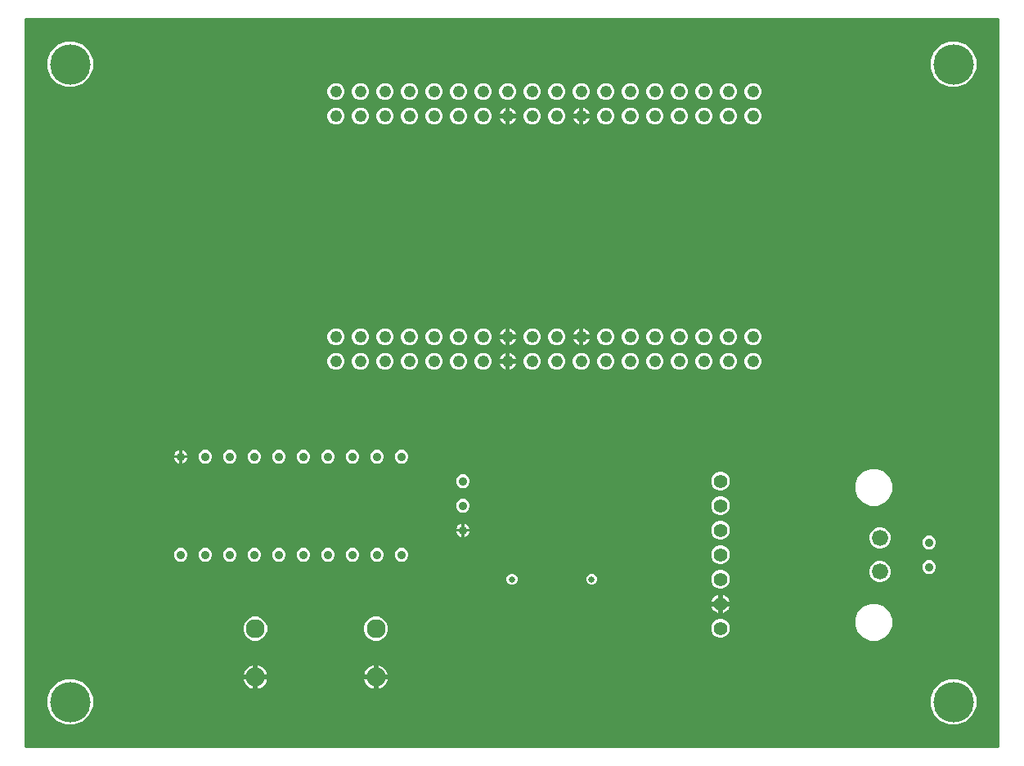
<source format=gbr>
G04 EAGLE Gerber RS-274X export*
G75*
%MOMM*%
%FSLAX34Y34*%
%LPD*%
%INCopper Layer 2*%
%IPPOS*%
%AMOC8*
5,1,8,0,0,1.08239X$1,22.5*%
G01*
%ADD10C,0.904800*%
%ADD11C,1.422400*%
%ADD12C,1.680000*%
%ADD13C,1.244600*%
%ADD14C,1.960000*%
%ADD15C,4.191000*%
%ADD16C,0.654800*%

G36*
X1011546Y3318D02*
X1011546Y3318D01*
X1011665Y3325D01*
X1011703Y3338D01*
X1011744Y3343D01*
X1011854Y3386D01*
X1011967Y3423D01*
X1012002Y3445D01*
X1012039Y3460D01*
X1012135Y3529D01*
X1012236Y3593D01*
X1012264Y3623D01*
X1012297Y3646D01*
X1012373Y3738D01*
X1012454Y3825D01*
X1012474Y3860D01*
X1012499Y3891D01*
X1012550Y3999D01*
X1012608Y4103D01*
X1012618Y4143D01*
X1012635Y4179D01*
X1012657Y4296D01*
X1012687Y4411D01*
X1012691Y4471D01*
X1012695Y4491D01*
X1012693Y4512D01*
X1012697Y4572D01*
X1012697Y757428D01*
X1012682Y757546D01*
X1012675Y757665D01*
X1012662Y757703D01*
X1012657Y757744D01*
X1012614Y757854D01*
X1012577Y757967D01*
X1012555Y758002D01*
X1012540Y758039D01*
X1012471Y758135D01*
X1012407Y758236D01*
X1012377Y758264D01*
X1012354Y758297D01*
X1012262Y758373D01*
X1012175Y758454D01*
X1012140Y758474D01*
X1012109Y758499D01*
X1012001Y758550D01*
X1011897Y758608D01*
X1011857Y758618D01*
X1011821Y758635D01*
X1011704Y758657D01*
X1011589Y758687D01*
X1011529Y758691D01*
X1011509Y758695D01*
X1011488Y758693D01*
X1011428Y758697D01*
X4572Y758697D01*
X4454Y758682D01*
X4335Y758675D01*
X4297Y758662D01*
X4256Y758657D01*
X4146Y758614D01*
X4033Y758577D01*
X3998Y758555D01*
X3961Y758540D01*
X3865Y758471D01*
X3764Y758407D01*
X3736Y758377D01*
X3703Y758354D01*
X3627Y758262D01*
X3546Y758175D01*
X3526Y758140D01*
X3501Y758109D01*
X3450Y758001D01*
X3392Y757897D01*
X3382Y757857D01*
X3365Y757821D01*
X3343Y757704D01*
X3313Y757589D01*
X3309Y757529D01*
X3305Y757509D01*
X3307Y757488D01*
X3303Y757428D01*
X3303Y4572D01*
X3318Y4454D01*
X3325Y4335D01*
X3338Y4297D01*
X3343Y4256D01*
X3386Y4146D01*
X3423Y4033D01*
X3445Y3998D01*
X3460Y3961D01*
X3529Y3865D01*
X3593Y3764D01*
X3623Y3736D01*
X3646Y3703D01*
X3738Y3627D01*
X3825Y3546D01*
X3860Y3526D01*
X3891Y3501D01*
X3999Y3450D01*
X4103Y3392D01*
X4143Y3382D01*
X4179Y3365D01*
X4296Y3343D01*
X4411Y3313D01*
X4471Y3309D01*
X4491Y3305D01*
X4512Y3307D01*
X4572Y3303D01*
X1011428Y3303D01*
X1011546Y3318D01*
G37*
%LPC*%
G36*
X960526Y687704D02*
X960526Y687704D01*
X951891Y691281D01*
X945281Y697891D01*
X941704Y706526D01*
X941704Y715874D01*
X945281Y724509D01*
X951891Y731119D01*
X960526Y734696D01*
X969874Y734696D01*
X978509Y731119D01*
X985119Y724509D01*
X988696Y715874D01*
X988696Y706526D01*
X985119Y697891D01*
X978509Y691281D01*
X969874Y687704D01*
X960526Y687704D01*
G37*
%LPD*%
%LPC*%
G36*
X46126Y687704D02*
X46126Y687704D01*
X37491Y691281D01*
X30881Y697891D01*
X27304Y706526D01*
X27304Y715874D01*
X30881Y724509D01*
X37491Y731119D01*
X46126Y734696D01*
X55474Y734696D01*
X64109Y731119D01*
X70719Y724509D01*
X74296Y715874D01*
X74296Y706526D01*
X70719Y697891D01*
X64109Y691281D01*
X55474Y687704D01*
X46126Y687704D01*
G37*
%LPD*%
%LPC*%
G36*
X46126Y27304D02*
X46126Y27304D01*
X37491Y30881D01*
X30881Y37491D01*
X27304Y46126D01*
X27304Y55474D01*
X30881Y64109D01*
X37491Y70719D01*
X46126Y74296D01*
X55474Y74296D01*
X64109Y70719D01*
X70719Y64109D01*
X74296Y55474D01*
X74296Y46126D01*
X70719Y37491D01*
X64109Y30881D01*
X55474Y27304D01*
X46126Y27304D01*
G37*
%LPD*%
%LPC*%
G36*
X960526Y27304D02*
X960526Y27304D01*
X951891Y30881D01*
X945281Y37491D01*
X941704Y46126D01*
X941704Y55474D01*
X945281Y64109D01*
X951891Y70719D01*
X960526Y74296D01*
X969874Y74296D01*
X978509Y70719D01*
X985119Y64109D01*
X988696Y55474D01*
X988696Y46126D01*
X985119Y37491D01*
X978509Y30881D01*
X969874Y27304D01*
X960526Y27304D01*
G37*
%LPD*%
%LPC*%
G36*
X878861Y253999D02*
X878861Y253999D01*
X871859Y256900D01*
X866500Y262259D01*
X863599Y269261D01*
X863599Y276839D01*
X866500Y283841D01*
X871859Y289200D01*
X878861Y292101D01*
X886439Y292101D01*
X893441Y289200D01*
X898800Y283841D01*
X901701Y276839D01*
X901701Y269261D01*
X898800Y262259D01*
X893441Y256900D01*
X886439Y253999D01*
X878861Y253999D01*
G37*
%LPD*%
%LPC*%
G36*
X878861Y114299D02*
X878861Y114299D01*
X871859Y117200D01*
X866500Y122559D01*
X863599Y129561D01*
X863599Y137139D01*
X866500Y144141D01*
X871859Y149500D01*
X878861Y152401D01*
X886439Y152401D01*
X893441Y149500D01*
X898800Y144141D01*
X901701Y137139D01*
X901701Y129561D01*
X898800Y122559D01*
X893441Y117200D01*
X886439Y114299D01*
X878861Y114299D01*
G37*
%LPD*%
%LPC*%
G36*
X239845Y114259D02*
X239845Y114259D01*
X235310Y116138D01*
X231838Y119610D01*
X229959Y124145D01*
X229959Y129055D01*
X231838Y133590D01*
X235310Y137062D01*
X239845Y138941D01*
X244755Y138941D01*
X249290Y137062D01*
X252762Y133590D01*
X254641Y129055D01*
X254641Y124145D01*
X252762Y119610D01*
X249290Y116138D01*
X244755Y114259D01*
X239845Y114259D01*
G37*
%LPD*%
%LPC*%
G36*
X364845Y114259D02*
X364845Y114259D01*
X360310Y116138D01*
X356838Y119610D01*
X354959Y124145D01*
X354959Y129055D01*
X356838Y133590D01*
X360310Y137062D01*
X364845Y138941D01*
X369755Y138941D01*
X374290Y137062D01*
X377762Y133590D01*
X379641Y129055D01*
X379641Y124145D01*
X377762Y119610D01*
X374290Y116138D01*
X369755Y114259D01*
X364845Y114259D01*
G37*
%LPD*%
%LPC*%
G36*
X886824Y174759D02*
X886824Y174759D01*
X882803Y176425D01*
X879725Y179503D01*
X878059Y183524D01*
X878059Y187876D01*
X879725Y191897D01*
X882803Y194975D01*
X886824Y196641D01*
X891176Y196641D01*
X895197Y194975D01*
X898275Y191897D01*
X899941Y187876D01*
X899941Y183524D01*
X898275Y179503D01*
X895197Y176425D01*
X891176Y174759D01*
X886824Y174759D01*
G37*
%LPD*%
%LPC*%
G36*
X886824Y209759D02*
X886824Y209759D01*
X882803Y211425D01*
X879725Y214503D01*
X878059Y218524D01*
X878059Y222876D01*
X879725Y226897D01*
X882803Y229975D01*
X886824Y231641D01*
X891176Y231641D01*
X895197Y229975D01*
X898275Y226897D01*
X899941Y222876D01*
X899941Y218524D01*
X898275Y214503D01*
X895197Y211425D01*
X891176Y209759D01*
X886824Y209759D01*
G37*
%LPD*%
%LPC*%
G36*
X721980Y168147D02*
X721980Y168147D01*
X718432Y169617D01*
X715717Y172332D01*
X714247Y175880D01*
X714247Y179720D01*
X715717Y183268D01*
X718432Y185983D01*
X721980Y187453D01*
X725820Y187453D01*
X729368Y185983D01*
X732083Y183268D01*
X733553Y179720D01*
X733553Y175880D01*
X732083Y172332D01*
X729368Y169617D01*
X725820Y168147D01*
X721980Y168147D01*
G37*
%LPD*%
%LPC*%
G36*
X721980Y193547D02*
X721980Y193547D01*
X718432Y195017D01*
X715717Y197732D01*
X714247Y201280D01*
X714247Y205120D01*
X715717Y208668D01*
X718432Y211383D01*
X721980Y212853D01*
X725820Y212853D01*
X729368Y211383D01*
X732083Y208668D01*
X733553Y205120D01*
X733553Y201280D01*
X732083Y197732D01*
X729368Y195017D01*
X725820Y193547D01*
X721980Y193547D01*
G37*
%LPD*%
%LPC*%
G36*
X721980Y218947D02*
X721980Y218947D01*
X718432Y220417D01*
X715717Y223132D01*
X714247Y226680D01*
X714247Y230520D01*
X715717Y234068D01*
X718432Y236783D01*
X721980Y238253D01*
X725820Y238253D01*
X729368Y236783D01*
X732083Y234068D01*
X733553Y230520D01*
X733553Y226680D01*
X732083Y223132D01*
X729368Y220417D01*
X725820Y218947D01*
X721980Y218947D01*
G37*
%LPD*%
%LPC*%
G36*
X721980Y244347D02*
X721980Y244347D01*
X718432Y245817D01*
X715717Y248532D01*
X714247Y252080D01*
X714247Y255920D01*
X715717Y259468D01*
X718432Y262183D01*
X721980Y263653D01*
X725820Y263653D01*
X729368Y262183D01*
X732083Y259468D01*
X733553Y255920D01*
X733553Y252080D01*
X732083Y248532D01*
X729368Y245817D01*
X725820Y244347D01*
X721980Y244347D01*
G37*
%LPD*%
%LPC*%
G36*
X721980Y269747D02*
X721980Y269747D01*
X718432Y271217D01*
X715717Y273932D01*
X714247Y277480D01*
X714247Y281320D01*
X715717Y284868D01*
X718432Y287583D01*
X721980Y289053D01*
X725820Y289053D01*
X729368Y287583D01*
X732083Y284868D01*
X733553Y281320D01*
X733553Y277480D01*
X732083Y273932D01*
X729368Y271217D01*
X725820Y269747D01*
X721980Y269747D01*
G37*
%LPD*%
%LPC*%
G36*
X721980Y117347D02*
X721980Y117347D01*
X718432Y118817D01*
X715717Y121532D01*
X714247Y125080D01*
X714247Y128920D01*
X715717Y132468D01*
X718432Y135183D01*
X721980Y136653D01*
X725820Y136653D01*
X729368Y135183D01*
X732083Y132468D01*
X733553Y128920D01*
X733553Y125080D01*
X732083Y121532D01*
X729368Y118817D01*
X725820Y117347D01*
X721980Y117347D01*
G37*
%LPD*%
%LPC*%
G36*
X349457Y674236D02*
X349457Y674236D01*
X346236Y675570D01*
X343770Y678036D01*
X342436Y681257D01*
X342436Y684743D01*
X343770Y687964D01*
X346236Y690430D01*
X349457Y691764D01*
X352943Y691764D01*
X356164Y690430D01*
X358630Y687964D01*
X359964Y684743D01*
X359964Y681257D01*
X358630Y678036D01*
X356164Y675570D01*
X352943Y674236D01*
X349457Y674236D01*
G37*
%LPD*%
%LPC*%
G36*
X324057Y674236D02*
X324057Y674236D01*
X320836Y675570D01*
X318370Y678036D01*
X317036Y681257D01*
X317036Y684743D01*
X318370Y687964D01*
X320836Y690430D01*
X324057Y691764D01*
X327543Y691764D01*
X330764Y690430D01*
X333230Y687964D01*
X334564Y684743D01*
X334564Y681257D01*
X333230Y678036D01*
X330764Y675570D01*
X327543Y674236D01*
X324057Y674236D01*
G37*
%LPD*%
%LPC*%
G36*
X755857Y674236D02*
X755857Y674236D01*
X752636Y675570D01*
X750170Y678036D01*
X748836Y681257D01*
X748836Y684743D01*
X750170Y687964D01*
X752636Y690430D01*
X755857Y691764D01*
X759343Y691764D01*
X762564Y690430D01*
X765030Y687964D01*
X766364Y684743D01*
X766364Y681257D01*
X765030Y678036D01*
X762564Y675570D01*
X759343Y674236D01*
X755857Y674236D01*
G37*
%LPD*%
%LPC*%
G36*
X730457Y674236D02*
X730457Y674236D01*
X727236Y675570D01*
X724770Y678036D01*
X723436Y681257D01*
X723436Y684743D01*
X724770Y687964D01*
X727236Y690430D01*
X730457Y691764D01*
X733943Y691764D01*
X737164Y690430D01*
X739630Y687964D01*
X740964Y684743D01*
X740964Y681257D01*
X739630Y678036D01*
X737164Y675570D01*
X733943Y674236D01*
X730457Y674236D01*
G37*
%LPD*%
%LPC*%
G36*
X705057Y674236D02*
X705057Y674236D01*
X701836Y675570D01*
X699370Y678036D01*
X698036Y681257D01*
X698036Y684743D01*
X699370Y687964D01*
X701836Y690430D01*
X705057Y691764D01*
X708543Y691764D01*
X711764Y690430D01*
X714230Y687964D01*
X715564Y684743D01*
X715564Y681257D01*
X714230Y678036D01*
X711764Y675570D01*
X708543Y674236D01*
X705057Y674236D01*
G37*
%LPD*%
%LPC*%
G36*
X679657Y674236D02*
X679657Y674236D01*
X676436Y675570D01*
X673970Y678036D01*
X672636Y681257D01*
X672636Y684743D01*
X673970Y687964D01*
X676436Y690430D01*
X679657Y691764D01*
X683143Y691764D01*
X686364Y690430D01*
X688830Y687964D01*
X690164Y684743D01*
X690164Y681257D01*
X688830Y678036D01*
X686364Y675570D01*
X683143Y674236D01*
X679657Y674236D01*
G37*
%LPD*%
%LPC*%
G36*
X654257Y674236D02*
X654257Y674236D01*
X651036Y675570D01*
X648570Y678036D01*
X647236Y681257D01*
X647236Y684743D01*
X648570Y687964D01*
X651036Y690430D01*
X654257Y691764D01*
X657743Y691764D01*
X660964Y690430D01*
X663430Y687964D01*
X664764Y684743D01*
X664764Y681257D01*
X663430Y678036D01*
X660964Y675570D01*
X657743Y674236D01*
X654257Y674236D01*
G37*
%LPD*%
%LPC*%
G36*
X628857Y674236D02*
X628857Y674236D01*
X625636Y675570D01*
X623170Y678036D01*
X621836Y681257D01*
X621836Y684743D01*
X623170Y687964D01*
X625636Y690430D01*
X628857Y691764D01*
X632343Y691764D01*
X635564Y690430D01*
X638030Y687964D01*
X639364Y684743D01*
X639364Y681257D01*
X638030Y678036D01*
X635564Y675570D01*
X632343Y674236D01*
X628857Y674236D01*
G37*
%LPD*%
%LPC*%
G36*
X603457Y674236D02*
X603457Y674236D01*
X600236Y675570D01*
X597770Y678036D01*
X596436Y681257D01*
X596436Y684743D01*
X597770Y687964D01*
X600236Y690430D01*
X603457Y691764D01*
X606943Y691764D01*
X610164Y690430D01*
X612630Y687964D01*
X613964Y684743D01*
X613964Y681257D01*
X612630Y678036D01*
X610164Y675570D01*
X606943Y674236D01*
X603457Y674236D01*
G37*
%LPD*%
%LPC*%
G36*
X578057Y674236D02*
X578057Y674236D01*
X574836Y675570D01*
X572370Y678036D01*
X571036Y681257D01*
X571036Y684743D01*
X572370Y687964D01*
X574836Y690430D01*
X578057Y691764D01*
X581543Y691764D01*
X584764Y690430D01*
X587230Y687964D01*
X588564Y684743D01*
X588564Y681257D01*
X587230Y678036D01*
X584764Y675570D01*
X581543Y674236D01*
X578057Y674236D01*
G37*
%LPD*%
%LPC*%
G36*
X552657Y674236D02*
X552657Y674236D01*
X549436Y675570D01*
X546970Y678036D01*
X545636Y681257D01*
X545636Y684743D01*
X546970Y687964D01*
X549436Y690430D01*
X552657Y691764D01*
X556143Y691764D01*
X559364Y690430D01*
X561830Y687964D01*
X563164Y684743D01*
X563164Y681257D01*
X561830Y678036D01*
X559364Y675570D01*
X556143Y674236D01*
X552657Y674236D01*
G37*
%LPD*%
%LPC*%
G36*
X527257Y674236D02*
X527257Y674236D01*
X524036Y675570D01*
X521570Y678036D01*
X520236Y681257D01*
X520236Y684743D01*
X521570Y687964D01*
X524036Y690430D01*
X527257Y691764D01*
X530743Y691764D01*
X533964Y690430D01*
X536430Y687964D01*
X537764Y684743D01*
X537764Y681257D01*
X536430Y678036D01*
X533964Y675570D01*
X530743Y674236D01*
X527257Y674236D01*
G37*
%LPD*%
%LPC*%
G36*
X501857Y674236D02*
X501857Y674236D01*
X498636Y675570D01*
X496170Y678036D01*
X494836Y681257D01*
X494836Y684743D01*
X496170Y687964D01*
X498636Y690430D01*
X501857Y691764D01*
X505343Y691764D01*
X508564Y690430D01*
X511030Y687964D01*
X512364Y684743D01*
X512364Y681257D01*
X511030Y678036D01*
X508564Y675570D01*
X505343Y674236D01*
X501857Y674236D01*
G37*
%LPD*%
%LPC*%
G36*
X476457Y674236D02*
X476457Y674236D01*
X473236Y675570D01*
X470770Y678036D01*
X469436Y681257D01*
X469436Y684743D01*
X470770Y687964D01*
X473236Y690430D01*
X476457Y691764D01*
X479943Y691764D01*
X483164Y690430D01*
X485630Y687964D01*
X486964Y684743D01*
X486964Y681257D01*
X485630Y678036D01*
X483164Y675570D01*
X479943Y674236D01*
X476457Y674236D01*
G37*
%LPD*%
%LPC*%
G36*
X451057Y674236D02*
X451057Y674236D01*
X447836Y675570D01*
X445370Y678036D01*
X444036Y681257D01*
X444036Y684743D01*
X445370Y687964D01*
X447836Y690430D01*
X451057Y691764D01*
X454543Y691764D01*
X457764Y690430D01*
X460230Y687964D01*
X461564Y684743D01*
X461564Y681257D01*
X460230Y678036D01*
X457764Y675570D01*
X454543Y674236D01*
X451057Y674236D01*
G37*
%LPD*%
%LPC*%
G36*
X425657Y674236D02*
X425657Y674236D01*
X422436Y675570D01*
X419970Y678036D01*
X418636Y681257D01*
X418636Y684743D01*
X419970Y687964D01*
X422436Y690430D01*
X425657Y691764D01*
X429143Y691764D01*
X432364Y690430D01*
X434830Y687964D01*
X436164Y684743D01*
X436164Y681257D01*
X434830Y678036D01*
X432364Y675570D01*
X429143Y674236D01*
X425657Y674236D01*
G37*
%LPD*%
%LPC*%
G36*
X400257Y674236D02*
X400257Y674236D01*
X397036Y675570D01*
X394570Y678036D01*
X393236Y681257D01*
X393236Y684743D01*
X394570Y687964D01*
X397036Y690430D01*
X400257Y691764D01*
X403743Y691764D01*
X406964Y690430D01*
X409430Y687964D01*
X410764Y684743D01*
X410764Y681257D01*
X409430Y678036D01*
X406964Y675570D01*
X403743Y674236D01*
X400257Y674236D01*
G37*
%LPD*%
%LPC*%
G36*
X374857Y674236D02*
X374857Y674236D01*
X371636Y675570D01*
X369170Y678036D01*
X367836Y681257D01*
X367836Y684743D01*
X369170Y687964D01*
X371636Y690430D01*
X374857Y691764D01*
X378343Y691764D01*
X381564Y690430D01*
X384030Y687964D01*
X385364Y684743D01*
X385364Y681257D01*
X384030Y678036D01*
X381564Y675570D01*
X378343Y674236D01*
X374857Y674236D01*
G37*
%LPD*%
%LPC*%
G36*
X349457Y648836D02*
X349457Y648836D01*
X346236Y650170D01*
X343770Y652636D01*
X342436Y655857D01*
X342436Y659343D01*
X343770Y662564D01*
X346236Y665030D01*
X349457Y666364D01*
X352943Y666364D01*
X356164Y665030D01*
X358630Y662564D01*
X359964Y659343D01*
X359964Y655857D01*
X358630Y652636D01*
X356164Y650170D01*
X352943Y648836D01*
X349457Y648836D01*
G37*
%LPD*%
%LPC*%
G36*
X324057Y648836D02*
X324057Y648836D01*
X320836Y650170D01*
X318370Y652636D01*
X317036Y655857D01*
X317036Y659343D01*
X318370Y662564D01*
X320836Y665030D01*
X324057Y666364D01*
X327543Y666364D01*
X330764Y665030D01*
X333230Y662564D01*
X334564Y659343D01*
X334564Y655857D01*
X333230Y652636D01*
X330764Y650170D01*
X327543Y648836D01*
X324057Y648836D01*
G37*
%LPD*%
%LPC*%
G36*
X755857Y648836D02*
X755857Y648836D01*
X752636Y650170D01*
X750170Y652636D01*
X748836Y655857D01*
X748836Y659343D01*
X750170Y662564D01*
X752636Y665030D01*
X755857Y666364D01*
X759343Y666364D01*
X762564Y665030D01*
X765030Y662564D01*
X766364Y659343D01*
X766364Y655857D01*
X765030Y652636D01*
X762564Y650170D01*
X759343Y648836D01*
X755857Y648836D01*
G37*
%LPD*%
%LPC*%
G36*
X730457Y648836D02*
X730457Y648836D01*
X727236Y650170D01*
X724770Y652636D01*
X723436Y655857D01*
X723436Y659343D01*
X724770Y662564D01*
X727236Y665030D01*
X730457Y666364D01*
X733943Y666364D01*
X737164Y665030D01*
X739630Y662564D01*
X740964Y659343D01*
X740964Y655857D01*
X739630Y652636D01*
X737164Y650170D01*
X733943Y648836D01*
X730457Y648836D01*
G37*
%LPD*%
%LPC*%
G36*
X705057Y648836D02*
X705057Y648836D01*
X701836Y650170D01*
X699370Y652636D01*
X698036Y655857D01*
X698036Y659343D01*
X699370Y662564D01*
X701836Y665030D01*
X705057Y666364D01*
X708543Y666364D01*
X711764Y665030D01*
X714230Y662564D01*
X715564Y659343D01*
X715564Y655857D01*
X714230Y652636D01*
X711764Y650170D01*
X708543Y648836D01*
X705057Y648836D01*
G37*
%LPD*%
%LPC*%
G36*
X679657Y648836D02*
X679657Y648836D01*
X676436Y650170D01*
X673970Y652636D01*
X672636Y655857D01*
X672636Y659343D01*
X673970Y662564D01*
X676436Y665030D01*
X679657Y666364D01*
X683143Y666364D01*
X686364Y665030D01*
X688830Y662564D01*
X690164Y659343D01*
X690164Y655857D01*
X688830Y652636D01*
X686364Y650170D01*
X683143Y648836D01*
X679657Y648836D01*
G37*
%LPD*%
%LPC*%
G36*
X654257Y648836D02*
X654257Y648836D01*
X651036Y650170D01*
X648570Y652636D01*
X647236Y655857D01*
X647236Y659343D01*
X648570Y662564D01*
X651036Y665030D01*
X654257Y666364D01*
X657743Y666364D01*
X660964Y665030D01*
X663430Y662564D01*
X664764Y659343D01*
X664764Y655857D01*
X663430Y652636D01*
X660964Y650170D01*
X657743Y648836D01*
X654257Y648836D01*
G37*
%LPD*%
%LPC*%
G36*
X628857Y648836D02*
X628857Y648836D01*
X625636Y650170D01*
X623170Y652636D01*
X621836Y655857D01*
X621836Y659343D01*
X623170Y662564D01*
X625636Y665030D01*
X628857Y666364D01*
X632343Y666364D01*
X635564Y665030D01*
X638030Y662564D01*
X639364Y659343D01*
X639364Y655857D01*
X638030Y652636D01*
X635564Y650170D01*
X632343Y648836D01*
X628857Y648836D01*
G37*
%LPD*%
%LPC*%
G36*
X603457Y648836D02*
X603457Y648836D01*
X600236Y650170D01*
X597770Y652636D01*
X596436Y655857D01*
X596436Y659343D01*
X597770Y662564D01*
X600236Y665030D01*
X603457Y666364D01*
X606943Y666364D01*
X610164Y665030D01*
X612630Y662564D01*
X613964Y659343D01*
X613964Y655857D01*
X612630Y652636D01*
X610164Y650170D01*
X606943Y648836D01*
X603457Y648836D01*
G37*
%LPD*%
%LPC*%
G36*
X552657Y648836D02*
X552657Y648836D01*
X549436Y650170D01*
X546970Y652636D01*
X545636Y655857D01*
X545636Y659343D01*
X546970Y662564D01*
X549436Y665030D01*
X552657Y666364D01*
X556143Y666364D01*
X559364Y665030D01*
X561830Y662564D01*
X563164Y659343D01*
X563164Y655857D01*
X561830Y652636D01*
X559364Y650170D01*
X556143Y648836D01*
X552657Y648836D01*
G37*
%LPD*%
%LPC*%
G36*
X527257Y648836D02*
X527257Y648836D01*
X524036Y650170D01*
X521570Y652636D01*
X520236Y655857D01*
X520236Y659343D01*
X521570Y662564D01*
X524036Y665030D01*
X527257Y666364D01*
X530743Y666364D01*
X533964Y665030D01*
X536430Y662564D01*
X537764Y659343D01*
X537764Y655857D01*
X536430Y652636D01*
X533964Y650170D01*
X530743Y648836D01*
X527257Y648836D01*
G37*
%LPD*%
%LPC*%
G36*
X476457Y648836D02*
X476457Y648836D01*
X473236Y650170D01*
X470770Y652636D01*
X469436Y655857D01*
X469436Y659343D01*
X470770Y662564D01*
X473236Y665030D01*
X476457Y666364D01*
X479943Y666364D01*
X483164Y665030D01*
X485630Y662564D01*
X486964Y659343D01*
X486964Y655857D01*
X485630Y652636D01*
X483164Y650170D01*
X479943Y648836D01*
X476457Y648836D01*
G37*
%LPD*%
%LPC*%
G36*
X451057Y648836D02*
X451057Y648836D01*
X447836Y650170D01*
X445370Y652636D01*
X444036Y655857D01*
X444036Y659343D01*
X445370Y662564D01*
X447836Y665030D01*
X451057Y666364D01*
X454543Y666364D01*
X457764Y665030D01*
X460230Y662564D01*
X461564Y659343D01*
X461564Y655857D01*
X460230Y652636D01*
X457764Y650170D01*
X454543Y648836D01*
X451057Y648836D01*
G37*
%LPD*%
%LPC*%
G36*
X425657Y648836D02*
X425657Y648836D01*
X422436Y650170D01*
X419970Y652636D01*
X418636Y655857D01*
X418636Y659343D01*
X419970Y662564D01*
X422436Y665030D01*
X425657Y666364D01*
X429143Y666364D01*
X432364Y665030D01*
X434830Y662564D01*
X436164Y659343D01*
X436164Y655857D01*
X434830Y652636D01*
X432364Y650170D01*
X429143Y648836D01*
X425657Y648836D01*
G37*
%LPD*%
%LPC*%
G36*
X400257Y648836D02*
X400257Y648836D01*
X397036Y650170D01*
X394570Y652636D01*
X393236Y655857D01*
X393236Y659343D01*
X394570Y662564D01*
X397036Y665030D01*
X400257Y666364D01*
X403743Y666364D01*
X406964Y665030D01*
X409430Y662564D01*
X410764Y659343D01*
X410764Y655857D01*
X409430Y652636D01*
X406964Y650170D01*
X403743Y648836D01*
X400257Y648836D01*
G37*
%LPD*%
%LPC*%
G36*
X374857Y648836D02*
X374857Y648836D01*
X371636Y650170D01*
X369170Y652636D01*
X367836Y655857D01*
X367836Y659343D01*
X369170Y662564D01*
X371636Y665030D01*
X374857Y666364D01*
X378343Y666364D01*
X381564Y665030D01*
X384030Y662564D01*
X385364Y659343D01*
X385364Y655857D01*
X384030Y652636D01*
X381564Y650170D01*
X378343Y648836D01*
X374857Y648836D01*
G37*
%LPD*%
%LPC*%
G36*
X400257Y394836D02*
X400257Y394836D01*
X397036Y396170D01*
X394570Y398636D01*
X393236Y401857D01*
X393236Y405343D01*
X394570Y408564D01*
X397036Y411030D01*
X400257Y412364D01*
X403743Y412364D01*
X406964Y411030D01*
X409430Y408564D01*
X410764Y405343D01*
X410764Y401857D01*
X409430Y398636D01*
X406964Y396170D01*
X403743Y394836D01*
X400257Y394836D01*
G37*
%LPD*%
%LPC*%
G36*
X374857Y394836D02*
X374857Y394836D01*
X371636Y396170D01*
X369170Y398636D01*
X367836Y401857D01*
X367836Y405343D01*
X369170Y408564D01*
X371636Y411030D01*
X374857Y412364D01*
X378343Y412364D01*
X381564Y411030D01*
X384030Y408564D01*
X385364Y405343D01*
X385364Y401857D01*
X384030Y398636D01*
X381564Y396170D01*
X378343Y394836D01*
X374857Y394836D01*
G37*
%LPD*%
%LPC*%
G36*
X755857Y420236D02*
X755857Y420236D01*
X752636Y421570D01*
X750170Y424036D01*
X748836Y427257D01*
X748836Y430743D01*
X750170Y433964D01*
X752636Y436430D01*
X755857Y437764D01*
X759343Y437764D01*
X762564Y436430D01*
X765030Y433964D01*
X766364Y430743D01*
X766364Y427257D01*
X765030Y424036D01*
X762564Y421570D01*
X759343Y420236D01*
X755857Y420236D01*
G37*
%LPD*%
%LPC*%
G36*
X730457Y420236D02*
X730457Y420236D01*
X727236Y421570D01*
X724770Y424036D01*
X723436Y427257D01*
X723436Y430743D01*
X724770Y433964D01*
X727236Y436430D01*
X730457Y437764D01*
X733943Y437764D01*
X737164Y436430D01*
X739630Y433964D01*
X740964Y430743D01*
X740964Y427257D01*
X739630Y424036D01*
X737164Y421570D01*
X733943Y420236D01*
X730457Y420236D01*
G37*
%LPD*%
%LPC*%
G36*
X705057Y420236D02*
X705057Y420236D01*
X701836Y421570D01*
X699370Y424036D01*
X698036Y427257D01*
X698036Y430743D01*
X699370Y433964D01*
X701836Y436430D01*
X705057Y437764D01*
X708543Y437764D01*
X711764Y436430D01*
X714230Y433964D01*
X715564Y430743D01*
X715564Y427257D01*
X714230Y424036D01*
X711764Y421570D01*
X708543Y420236D01*
X705057Y420236D01*
G37*
%LPD*%
%LPC*%
G36*
X679657Y420236D02*
X679657Y420236D01*
X676436Y421570D01*
X673970Y424036D01*
X672636Y427257D01*
X672636Y430743D01*
X673970Y433964D01*
X676436Y436430D01*
X679657Y437764D01*
X683143Y437764D01*
X686364Y436430D01*
X688830Y433964D01*
X690164Y430743D01*
X690164Y427257D01*
X688830Y424036D01*
X686364Y421570D01*
X683143Y420236D01*
X679657Y420236D01*
G37*
%LPD*%
%LPC*%
G36*
X654257Y420236D02*
X654257Y420236D01*
X651036Y421570D01*
X648570Y424036D01*
X647236Y427257D01*
X647236Y430743D01*
X648570Y433964D01*
X651036Y436430D01*
X654257Y437764D01*
X657743Y437764D01*
X660964Y436430D01*
X663430Y433964D01*
X664764Y430743D01*
X664764Y427257D01*
X663430Y424036D01*
X660964Y421570D01*
X657743Y420236D01*
X654257Y420236D01*
G37*
%LPD*%
%LPC*%
G36*
X628857Y420236D02*
X628857Y420236D01*
X625636Y421570D01*
X623170Y424036D01*
X621836Y427257D01*
X621836Y430743D01*
X623170Y433964D01*
X625636Y436430D01*
X628857Y437764D01*
X632343Y437764D01*
X635564Y436430D01*
X638030Y433964D01*
X639364Y430743D01*
X639364Y427257D01*
X638030Y424036D01*
X635564Y421570D01*
X632343Y420236D01*
X628857Y420236D01*
G37*
%LPD*%
%LPC*%
G36*
X603457Y420236D02*
X603457Y420236D01*
X600236Y421570D01*
X597770Y424036D01*
X596436Y427257D01*
X596436Y430743D01*
X597770Y433964D01*
X600236Y436430D01*
X603457Y437764D01*
X606943Y437764D01*
X610164Y436430D01*
X612630Y433964D01*
X613964Y430743D01*
X613964Y427257D01*
X612630Y424036D01*
X610164Y421570D01*
X606943Y420236D01*
X603457Y420236D01*
G37*
%LPD*%
%LPC*%
G36*
X552657Y420236D02*
X552657Y420236D01*
X549436Y421570D01*
X546970Y424036D01*
X545636Y427257D01*
X545636Y430743D01*
X546970Y433964D01*
X549436Y436430D01*
X552657Y437764D01*
X556143Y437764D01*
X559364Y436430D01*
X561830Y433964D01*
X563164Y430743D01*
X563164Y427257D01*
X561830Y424036D01*
X559364Y421570D01*
X556143Y420236D01*
X552657Y420236D01*
G37*
%LPD*%
%LPC*%
G36*
X527257Y420236D02*
X527257Y420236D01*
X524036Y421570D01*
X521570Y424036D01*
X520236Y427257D01*
X520236Y430743D01*
X521570Y433964D01*
X524036Y436430D01*
X527257Y437764D01*
X530743Y437764D01*
X533964Y436430D01*
X536430Y433964D01*
X537764Y430743D01*
X537764Y427257D01*
X536430Y424036D01*
X533964Y421570D01*
X530743Y420236D01*
X527257Y420236D01*
G37*
%LPD*%
%LPC*%
G36*
X476457Y420236D02*
X476457Y420236D01*
X473236Y421570D01*
X470770Y424036D01*
X469436Y427257D01*
X469436Y430743D01*
X470770Y433964D01*
X473236Y436430D01*
X476457Y437764D01*
X479943Y437764D01*
X483164Y436430D01*
X485630Y433964D01*
X486964Y430743D01*
X486964Y427257D01*
X485630Y424036D01*
X483164Y421570D01*
X479943Y420236D01*
X476457Y420236D01*
G37*
%LPD*%
%LPC*%
G36*
X451057Y420236D02*
X451057Y420236D01*
X447836Y421570D01*
X445370Y424036D01*
X444036Y427257D01*
X444036Y430743D01*
X445370Y433964D01*
X447836Y436430D01*
X451057Y437764D01*
X454543Y437764D01*
X457764Y436430D01*
X460230Y433964D01*
X461564Y430743D01*
X461564Y427257D01*
X460230Y424036D01*
X457764Y421570D01*
X454543Y420236D01*
X451057Y420236D01*
G37*
%LPD*%
%LPC*%
G36*
X425657Y420236D02*
X425657Y420236D01*
X422436Y421570D01*
X419970Y424036D01*
X418636Y427257D01*
X418636Y430743D01*
X419970Y433964D01*
X422436Y436430D01*
X425657Y437764D01*
X429143Y437764D01*
X432364Y436430D01*
X434830Y433964D01*
X436164Y430743D01*
X436164Y427257D01*
X434830Y424036D01*
X432364Y421570D01*
X429143Y420236D01*
X425657Y420236D01*
G37*
%LPD*%
%LPC*%
G36*
X400257Y420236D02*
X400257Y420236D01*
X397036Y421570D01*
X394570Y424036D01*
X393236Y427257D01*
X393236Y430743D01*
X394570Y433964D01*
X397036Y436430D01*
X400257Y437764D01*
X403743Y437764D01*
X406964Y436430D01*
X409430Y433964D01*
X410764Y430743D01*
X410764Y427257D01*
X409430Y424036D01*
X406964Y421570D01*
X403743Y420236D01*
X400257Y420236D01*
G37*
%LPD*%
%LPC*%
G36*
X374857Y420236D02*
X374857Y420236D01*
X371636Y421570D01*
X369170Y424036D01*
X367836Y427257D01*
X367836Y430743D01*
X369170Y433964D01*
X371636Y436430D01*
X374857Y437764D01*
X378343Y437764D01*
X381564Y436430D01*
X384030Y433964D01*
X385364Y430743D01*
X385364Y427257D01*
X384030Y424036D01*
X381564Y421570D01*
X378343Y420236D01*
X374857Y420236D01*
G37*
%LPD*%
%LPC*%
G36*
X349457Y420236D02*
X349457Y420236D01*
X346236Y421570D01*
X343770Y424036D01*
X342436Y427257D01*
X342436Y430743D01*
X343770Y433964D01*
X346236Y436430D01*
X349457Y437764D01*
X352943Y437764D01*
X356164Y436430D01*
X358630Y433964D01*
X359964Y430743D01*
X359964Y427257D01*
X358630Y424036D01*
X356164Y421570D01*
X352943Y420236D01*
X349457Y420236D01*
G37*
%LPD*%
%LPC*%
G36*
X324057Y420236D02*
X324057Y420236D01*
X320836Y421570D01*
X318370Y424036D01*
X317036Y427257D01*
X317036Y430743D01*
X318370Y433964D01*
X320836Y436430D01*
X324057Y437764D01*
X327543Y437764D01*
X330764Y436430D01*
X333230Y433964D01*
X334564Y430743D01*
X334564Y427257D01*
X333230Y424036D01*
X330764Y421570D01*
X327543Y420236D01*
X324057Y420236D01*
G37*
%LPD*%
%LPC*%
G36*
X349457Y394836D02*
X349457Y394836D01*
X346236Y396170D01*
X343770Y398636D01*
X342436Y401857D01*
X342436Y405343D01*
X343770Y408564D01*
X346236Y411030D01*
X349457Y412364D01*
X352943Y412364D01*
X356164Y411030D01*
X358630Y408564D01*
X359964Y405343D01*
X359964Y401857D01*
X358630Y398636D01*
X356164Y396170D01*
X352943Y394836D01*
X349457Y394836D01*
G37*
%LPD*%
%LPC*%
G36*
X324057Y394836D02*
X324057Y394836D01*
X320836Y396170D01*
X318370Y398636D01*
X317036Y401857D01*
X317036Y405343D01*
X318370Y408564D01*
X320836Y411030D01*
X324057Y412364D01*
X327543Y412364D01*
X330764Y411030D01*
X333230Y408564D01*
X334564Y405343D01*
X334564Y401857D01*
X333230Y398636D01*
X330764Y396170D01*
X327543Y394836D01*
X324057Y394836D01*
G37*
%LPD*%
%LPC*%
G36*
X755857Y394836D02*
X755857Y394836D01*
X752636Y396170D01*
X750170Y398636D01*
X748836Y401857D01*
X748836Y405343D01*
X750170Y408564D01*
X752636Y411030D01*
X755857Y412364D01*
X759343Y412364D01*
X762564Y411030D01*
X765030Y408564D01*
X766364Y405343D01*
X766364Y401857D01*
X765030Y398636D01*
X762564Y396170D01*
X759343Y394836D01*
X755857Y394836D01*
G37*
%LPD*%
%LPC*%
G36*
X730457Y394836D02*
X730457Y394836D01*
X727236Y396170D01*
X724770Y398636D01*
X723436Y401857D01*
X723436Y405343D01*
X724770Y408564D01*
X727236Y411030D01*
X730457Y412364D01*
X733943Y412364D01*
X737164Y411030D01*
X739630Y408564D01*
X740964Y405343D01*
X740964Y401857D01*
X739630Y398636D01*
X737164Y396170D01*
X733943Y394836D01*
X730457Y394836D01*
G37*
%LPD*%
%LPC*%
G36*
X705057Y394836D02*
X705057Y394836D01*
X701836Y396170D01*
X699370Y398636D01*
X698036Y401857D01*
X698036Y405343D01*
X699370Y408564D01*
X701836Y411030D01*
X705057Y412364D01*
X708543Y412364D01*
X711764Y411030D01*
X714230Y408564D01*
X715564Y405343D01*
X715564Y401857D01*
X714230Y398636D01*
X711764Y396170D01*
X708543Y394836D01*
X705057Y394836D01*
G37*
%LPD*%
%LPC*%
G36*
X679657Y394836D02*
X679657Y394836D01*
X676436Y396170D01*
X673970Y398636D01*
X672636Y401857D01*
X672636Y405343D01*
X673970Y408564D01*
X676436Y411030D01*
X679657Y412364D01*
X683143Y412364D01*
X686364Y411030D01*
X688830Y408564D01*
X690164Y405343D01*
X690164Y401857D01*
X688830Y398636D01*
X686364Y396170D01*
X683143Y394836D01*
X679657Y394836D01*
G37*
%LPD*%
%LPC*%
G36*
X654257Y394836D02*
X654257Y394836D01*
X651036Y396170D01*
X648570Y398636D01*
X647236Y401857D01*
X647236Y405343D01*
X648570Y408564D01*
X651036Y411030D01*
X654257Y412364D01*
X657743Y412364D01*
X660964Y411030D01*
X663430Y408564D01*
X664764Y405343D01*
X664764Y401857D01*
X663430Y398636D01*
X660964Y396170D01*
X657743Y394836D01*
X654257Y394836D01*
G37*
%LPD*%
%LPC*%
G36*
X628857Y394836D02*
X628857Y394836D01*
X625636Y396170D01*
X623170Y398636D01*
X621836Y401857D01*
X621836Y405343D01*
X623170Y408564D01*
X625636Y411030D01*
X628857Y412364D01*
X632343Y412364D01*
X635564Y411030D01*
X638030Y408564D01*
X639364Y405343D01*
X639364Y401857D01*
X638030Y398636D01*
X635564Y396170D01*
X632343Y394836D01*
X628857Y394836D01*
G37*
%LPD*%
%LPC*%
G36*
X603457Y394836D02*
X603457Y394836D01*
X600236Y396170D01*
X597770Y398636D01*
X596436Y401857D01*
X596436Y405343D01*
X597770Y408564D01*
X600236Y411030D01*
X603457Y412364D01*
X606943Y412364D01*
X610164Y411030D01*
X612630Y408564D01*
X613964Y405343D01*
X613964Y401857D01*
X612630Y398636D01*
X610164Y396170D01*
X606943Y394836D01*
X603457Y394836D01*
G37*
%LPD*%
%LPC*%
G36*
X578057Y394836D02*
X578057Y394836D01*
X574836Y396170D01*
X572370Y398636D01*
X571036Y401857D01*
X571036Y405343D01*
X572370Y408564D01*
X574836Y411030D01*
X578057Y412364D01*
X581543Y412364D01*
X584764Y411030D01*
X587230Y408564D01*
X588564Y405343D01*
X588564Y401857D01*
X587230Y398636D01*
X584764Y396170D01*
X581543Y394836D01*
X578057Y394836D01*
G37*
%LPD*%
%LPC*%
G36*
X552657Y394836D02*
X552657Y394836D01*
X549436Y396170D01*
X546970Y398636D01*
X545636Y401857D01*
X545636Y405343D01*
X546970Y408564D01*
X549436Y411030D01*
X552657Y412364D01*
X556143Y412364D01*
X559364Y411030D01*
X561830Y408564D01*
X563164Y405343D01*
X563164Y401857D01*
X561830Y398636D01*
X559364Y396170D01*
X556143Y394836D01*
X552657Y394836D01*
G37*
%LPD*%
%LPC*%
G36*
X527257Y394836D02*
X527257Y394836D01*
X524036Y396170D01*
X521570Y398636D01*
X520236Y401857D01*
X520236Y405343D01*
X521570Y408564D01*
X524036Y411030D01*
X527257Y412364D01*
X530743Y412364D01*
X533964Y411030D01*
X536430Y408564D01*
X537764Y405343D01*
X537764Y401857D01*
X536430Y398636D01*
X533964Y396170D01*
X530743Y394836D01*
X527257Y394836D01*
G37*
%LPD*%
%LPC*%
G36*
X476457Y394836D02*
X476457Y394836D01*
X473236Y396170D01*
X470770Y398636D01*
X469436Y401857D01*
X469436Y405343D01*
X470770Y408564D01*
X473236Y411030D01*
X476457Y412364D01*
X479943Y412364D01*
X483164Y411030D01*
X485630Y408564D01*
X486964Y405343D01*
X486964Y401857D01*
X485630Y398636D01*
X483164Y396170D01*
X479943Y394836D01*
X476457Y394836D01*
G37*
%LPD*%
%LPC*%
G36*
X451057Y394836D02*
X451057Y394836D01*
X447836Y396170D01*
X445370Y398636D01*
X444036Y401857D01*
X444036Y405343D01*
X445370Y408564D01*
X447836Y411030D01*
X451057Y412364D01*
X454543Y412364D01*
X457764Y411030D01*
X460230Y408564D01*
X461564Y405343D01*
X461564Y401857D01*
X460230Y398636D01*
X457764Y396170D01*
X454543Y394836D01*
X451057Y394836D01*
G37*
%LPD*%
%LPC*%
G36*
X425657Y394836D02*
X425657Y394836D01*
X422436Y396170D01*
X419970Y398636D01*
X418636Y401857D01*
X418636Y405343D01*
X419970Y408564D01*
X422436Y411030D01*
X425657Y412364D01*
X429143Y412364D01*
X432364Y411030D01*
X434830Y408564D01*
X436164Y405343D01*
X436164Y401857D01*
X434830Y398636D01*
X432364Y396170D01*
X429143Y394836D01*
X425657Y394836D01*
G37*
%LPD*%
%LPC*%
G36*
X392295Y297735D02*
X392295Y297735D01*
X389698Y298811D01*
X387711Y300798D01*
X386635Y303395D01*
X386635Y306205D01*
X387711Y308802D01*
X389698Y310789D01*
X392295Y311865D01*
X395105Y311865D01*
X397702Y310789D01*
X399689Y308802D01*
X400765Y306205D01*
X400765Y303395D01*
X399689Y300798D01*
X397702Y298811D01*
X395105Y297735D01*
X392295Y297735D01*
G37*
%LPD*%
%LPC*%
G36*
X290695Y196135D02*
X290695Y196135D01*
X288098Y197211D01*
X286111Y199198D01*
X285035Y201795D01*
X285035Y204605D01*
X286111Y207202D01*
X288098Y209189D01*
X290695Y210265D01*
X293505Y210265D01*
X296102Y209189D01*
X298089Y207202D01*
X299165Y204605D01*
X299165Y201795D01*
X298089Y199198D01*
X296102Y197211D01*
X293505Y196135D01*
X290695Y196135D01*
G37*
%LPD*%
%LPC*%
G36*
X392295Y196135D02*
X392295Y196135D01*
X389698Y197211D01*
X387711Y199198D01*
X386635Y201795D01*
X386635Y204605D01*
X387711Y207202D01*
X389698Y209189D01*
X392295Y210265D01*
X395105Y210265D01*
X397702Y209189D01*
X399689Y207202D01*
X400765Y204605D01*
X400765Y201795D01*
X399689Y199198D01*
X397702Y197211D01*
X395105Y196135D01*
X392295Y196135D01*
G37*
%LPD*%
%LPC*%
G36*
X316095Y196135D02*
X316095Y196135D01*
X313498Y197211D01*
X311511Y199198D01*
X310435Y201795D01*
X310435Y204605D01*
X311511Y207202D01*
X313498Y209189D01*
X316095Y210265D01*
X318905Y210265D01*
X321502Y209189D01*
X323489Y207202D01*
X324565Y204605D01*
X324565Y201795D01*
X323489Y199198D01*
X321502Y197211D01*
X318905Y196135D01*
X316095Y196135D01*
G37*
%LPD*%
%LPC*%
G36*
X341495Y196135D02*
X341495Y196135D01*
X338898Y197211D01*
X336911Y199198D01*
X335835Y201795D01*
X335835Y204605D01*
X336911Y207202D01*
X338898Y209189D01*
X341495Y210265D01*
X344305Y210265D01*
X346902Y209189D01*
X348889Y207202D01*
X349965Y204605D01*
X349965Y201795D01*
X348889Y199198D01*
X346902Y197211D01*
X344305Y196135D01*
X341495Y196135D01*
G37*
%LPD*%
%LPC*%
G36*
X938395Y208835D02*
X938395Y208835D01*
X935798Y209911D01*
X933811Y211898D01*
X932735Y214495D01*
X932735Y217305D01*
X933811Y219902D01*
X935798Y221889D01*
X938395Y222965D01*
X941205Y222965D01*
X943802Y221889D01*
X945789Y219902D01*
X946865Y217305D01*
X946865Y214495D01*
X945789Y211898D01*
X943802Y209911D01*
X941205Y208835D01*
X938395Y208835D01*
G37*
%LPD*%
%LPC*%
G36*
X341495Y297735D02*
X341495Y297735D01*
X338898Y298811D01*
X336911Y300798D01*
X335835Y303395D01*
X335835Y306205D01*
X336911Y308802D01*
X338898Y310789D01*
X341495Y311865D01*
X344305Y311865D01*
X346902Y310789D01*
X348889Y308802D01*
X349965Y306205D01*
X349965Y303395D01*
X348889Y300798D01*
X346902Y298811D01*
X344305Y297735D01*
X341495Y297735D01*
G37*
%LPD*%
%LPC*%
G36*
X316095Y297735D02*
X316095Y297735D01*
X313498Y298811D01*
X311511Y300798D01*
X310435Y303395D01*
X310435Y306205D01*
X311511Y308802D01*
X313498Y310789D01*
X316095Y311865D01*
X318905Y311865D01*
X321502Y310789D01*
X323489Y308802D01*
X324565Y306205D01*
X324565Y303395D01*
X323489Y300798D01*
X321502Y298811D01*
X318905Y297735D01*
X316095Y297735D01*
G37*
%LPD*%
%LPC*%
G36*
X938395Y183435D02*
X938395Y183435D01*
X935798Y184511D01*
X933811Y186498D01*
X932735Y189095D01*
X932735Y191905D01*
X933811Y194502D01*
X935798Y196489D01*
X938395Y197565D01*
X941205Y197565D01*
X943802Y196489D01*
X945789Y194502D01*
X946865Y191905D01*
X946865Y189095D01*
X945789Y186498D01*
X943802Y184511D01*
X941205Y183435D01*
X938395Y183435D01*
G37*
%LPD*%
%LPC*%
G36*
X366895Y297735D02*
X366895Y297735D01*
X364298Y298811D01*
X362311Y300798D01*
X361235Y303395D01*
X361235Y306205D01*
X362311Y308802D01*
X364298Y310789D01*
X366895Y311865D01*
X369705Y311865D01*
X372302Y310789D01*
X374289Y308802D01*
X375365Y306205D01*
X375365Y303395D01*
X374289Y300798D01*
X372302Y298811D01*
X369705Y297735D01*
X366895Y297735D01*
G37*
%LPD*%
%LPC*%
G36*
X290695Y297735D02*
X290695Y297735D01*
X288098Y298811D01*
X286111Y300798D01*
X285035Y303395D01*
X285035Y306205D01*
X286111Y308802D01*
X288098Y310789D01*
X290695Y311865D01*
X293505Y311865D01*
X296102Y310789D01*
X298089Y308802D01*
X299165Y306205D01*
X299165Y303395D01*
X298089Y300798D01*
X296102Y298811D01*
X293505Y297735D01*
X290695Y297735D01*
G37*
%LPD*%
%LPC*%
G36*
X265295Y297735D02*
X265295Y297735D01*
X262698Y298811D01*
X260711Y300798D01*
X259635Y303395D01*
X259635Y306205D01*
X260711Y308802D01*
X262698Y310789D01*
X265295Y311865D01*
X268105Y311865D01*
X270702Y310789D01*
X272689Y308802D01*
X273765Y306205D01*
X273765Y303395D01*
X272689Y300798D01*
X270702Y298811D01*
X268105Y297735D01*
X265295Y297735D01*
G37*
%LPD*%
%LPC*%
G36*
X239895Y297735D02*
X239895Y297735D01*
X237298Y298811D01*
X235311Y300798D01*
X234235Y303395D01*
X234235Y306205D01*
X235311Y308802D01*
X237298Y310789D01*
X239895Y311865D01*
X242705Y311865D01*
X245302Y310789D01*
X247289Y308802D01*
X248365Y306205D01*
X248365Y303395D01*
X247289Y300798D01*
X245302Y298811D01*
X242705Y297735D01*
X239895Y297735D01*
G37*
%LPD*%
%LPC*%
G36*
X214495Y297735D02*
X214495Y297735D01*
X211898Y298811D01*
X209911Y300798D01*
X208835Y303395D01*
X208835Y306205D01*
X209911Y308802D01*
X211898Y310789D01*
X214495Y311865D01*
X217305Y311865D01*
X219902Y310789D01*
X221889Y308802D01*
X222965Y306205D01*
X222965Y303395D01*
X221889Y300798D01*
X219902Y298811D01*
X217305Y297735D01*
X214495Y297735D01*
G37*
%LPD*%
%LPC*%
G36*
X189095Y297735D02*
X189095Y297735D01*
X186498Y298811D01*
X184511Y300798D01*
X183435Y303395D01*
X183435Y306205D01*
X184511Y308802D01*
X186498Y310789D01*
X189095Y311865D01*
X191905Y311865D01*
X194502Y310789D01*
X196489Y308802D01*
X197565Y306205D01*
X197565Y303395D01*
X196489Y300798D01*
X194502Y298811D01*
X191905Y297735D01*
X189095Y297735D01*
G37*
%LPD*%
%LPC*%
G36*
X366895Y196135D02*
X366895Y196135D01*
X364298Y197211D01*
X362311Y199198D01*
X361235Y201795D01*
X361235Y204605D01*
X362311Y207202D01*
X364298Y209189D01*
X366895Y210265D01*
X369705Y210265D01*
X372302Y209189D01*
X374289Y207202D01*
X375365Y204605D01*
X375365Y201795D01*
X374289Y199198D01*
X372302Y197211D01*
X369705Y196135D01*
X366895Y196135D01*
G37*
%LPD*%
%LPC*%
G36*
X189095Y196135D02*
X189095Y196135D01*
X186498Y197211D01*
X184511Y199198D01*
X183435Y201795D01*
X183435Y204605D01*
X184511Y207202D01*
X186498Y209189D01*
X189095Y210265D01*
X191905Y210265D01*
X194502Y209189D01*
X196489Y207202D01*
X197565Y204605D01*
X197565Y201795D01*
X196489Y199198D01*
X194502Y197211D01*
X191905Y196135D01*
X189095Y196135D01*
G37*
%LPD*%
%LPC*%
G36*
X163695Y196135D02*
X163695Y196135D01*
X161098Y197211D01*
X159111Y199198D01*
X158035Y201795D01*
X158035Y204605D01*
X159111Y207202D01*
X161098Y209189D01*
X163695Y210265D01*
X166505Y210265D01*
X169102Y209189D01*
X171089Y207202D01*
X172165Y204605D01*
X172165Y201795D01*
X171089Y199198D01*
X169102Y197211D01*
X166505Y196135D01*
X163695Y196135D01*
G37*
%LPD*%
%LPC*%
G36*
X214495Y196135D02*
X214495Y196135D01*
X211898Y197211D01*
X209911Y199198D01*
X208835Y201795D01*
X208835Y204605D01*
X209911Y207202D01*
X211898Y209189D01*
X214495Y210265D01*
X217305Y210265D01*
X219902Y209189D01*
X221889Y207202D01*
X222965Y204605D01*
X222965Y201795D01*
X221889Y199198D01*
X219902Y197211D01*
X217305Y196135D01*
X214495Y196135D01*
G37*
%LPD*%
%LPC*%
G36*
X455795Y272335D02*
X455795Y272335D01*
X453198Y273411D01*
X451211Y275398D01*
X450135Y277995D01*
X450135Y280805D01*
X451211Y283402D01*
X453198Y285389D01*
X455795Y286465D01*
X458605Y286465D01*
X461202Y285389D01*
X463189Y283402D01*
X464265Y280805D01*
X464265Y277995D01*
X463189Y275398D01*
X461202Y273411D01*
X458605Y272335D01*
X455795Y272335D01*
G37*
%LPD*%
%LPC*%
G36*
X239895Y196135D02*
X239895Y196135D01*
X237298Y197211D01*
X235311Y199198D01*
X234235Y201795D01*
X234235Y204605D01*
X235311Y207202D01*
X237298Y209189D01*
X239895Y210265D01*
X242705Y210265D01*
X245302Y209189D01*
X247289Y207202D01*
X248365Y204605D01*
X248365Y201795D01*
X247289Y199198D01*
X245302Y197211D01*
X242705Y196135D01*
X239895Y196135D01*
G37*
%LPD*%
%LPC*%
G36*
X455795Y246935D02*
X455795Y246935D01*
X453198Y248011D01*
X451211Y249998D01*
X450135Y252595D01*
X450135Y255405D01*
X451211Y258002D01*
X453198Y259989D01*
X455795Y261065D01*
X458605Y261065D01*
X461202Y259989D01*
X463189Y258002D01*
X464265Y255405D01*
X464265Y252595D01*
X463189Y249998D01*
X461202Y248011D01*
X458605Y246935D01*
X455795Y246935D01*
G37*
%LPD*%
%LPC*%
G36*
X265295Y196135D02*
X265295Y196135D01*
X262698Y197211D01*
X260711Y199198D01*
X259635Y201795D01*
X259635Y204605D01*
X260711Y207202D01*
X262698Y209189D01*
X265295Y210265D01*
X268105Y210265D01*
X270702Y209189D01*
X272689Y207202D01*
X273765Y204605D01*
X273765Y201795D01*
X272689Y199198D01*
X270702Y197211D01*
X268105Y196135D01*
X265295Y196135D01*
G37*
%LPD*%
%LPC*%
G36*
X589393Y171985D02*
X589393Y171985D01*
X587256Y172870D01*
X585620Y174506D01*
X584735Y176643D01*
X584735Y178957D01*
X585620Y181094D01*
X587256Y182730D01*
X589393Y183615D01*
X591707Y183615D01*
X593844Y182730D01*
X595480Y181094D01*
X596365Y178957D01*
X596365Y176643D01*
X595480Y174506D01*
X593844Y172870D01*
X591707Y171985D01*
X589393Y171985D01*
G37*
%LPD*%
%LPC*%
G36*
X506843Y171985D02*
X506843Y171985D01*
X504706Y172870D01*
X503070Y174506D01*
X502185Y176643D01*
X502185Y178957D01*
X503070Y181094D01*
X504706Y182730D01*
X506843Y183615D01*
X509157Y183615D01*
X511294Y182730D01*
X512930Y181094D01*
X513815Y178957D01*
X513815Y176643D01*
X512930Y174506D01*
X511294Y172870D01*
X509157Y171985D01*
X506843Y171985D01*
G37*
%LPD*%
%LPC*%
G36*
X369839Y79139D02*
X369839Y79139D01*
X369839Y88692D01*
X370190Y88637D01*
X372037Y88037D01*
X373768Y87155D01*
X375339Y86013D01*
X376713Y84639D01*
X377855Y83068D01*
X378737Y81337D01*
X379337Y79490D01*
X379392Y79139D01*
X369839Y79139D01*
G37*
%LPD*%
%LPC*%
G36*
X244839Y79139D02*
X244839Y79139D01*
X244839Y88692D01*
X245190Y88637D01*
X247037Y88037D01*
X248768Y87155D01*
X250339Y86013D01*
X251713Y84639D01*
X252855Y83068D01*
X253737Y81337D01*
X254337Y79490D01*
X254392Y79139D01*
X244839Y79139D01*
G37*
%LPD*%
%LPC*%
G36*
X244839Y74061D02*
X244839Y74061D01*
X254392Y74061D01*
X254337Y73710D01*
X253737Y71863D01*
X252855Y70132D01*
X251713Y68561D01*
X250339Y67187D01*
X248768Y66045D01*
X247037Y65163D01*
X245190Y64563D01*
X244839Y64508D01*
X244839Y74061D01*
G37*
%LPD*%
%LPC*%
G36*
X369839Y74061D02*
X369839Y74061D01*
X379392Y74061D01*
X379337Y73710D01*
X378737Y71863D01*
X377855Y70132D01*
X376713Y68561D01*
X375339Y67187D01*
X373768Y66045D01*
X372037Y65163D01*
X370190Y64563D01*
X369839Y64508D01*
X369839Y74061D01*
G37*
%LPD*%
%LPC*%
G36*
X230208Y79139D02*
X230208Y79139D01*
X230263Y79490D01*
X230863Y81337D01*
X231745Y83068D01*
X232887Y84639D01*
X234261Y86013D01*
X235832Y87155D01*
X237563Y88037D01*
X239410Y88637D01*
X239761Y88692D01*
X239761Y79139D01*
X230208Y79139D01*
G37*
%LPD*%
%LPC*%
G36*
X355208Y79139D02*
X355208Y79139D01*
X355263Y79490D01*
X355863Y81337D01*
X356745Y83068D01*
X357887Y84639D01*
X359261Y86013D01*
X360832Y87155D01*
X362563Y88037D01*
X364410Y88637D01*
X364761Y88692D01*
X364761Y79139D01*
X355208Y79139D01*
G37*
%LPD*%
%LPC*%
G36*
X364410Y64563D02*
X364410Y64563D01*
X362563Y65163D01*
X360832Y66045D01*
X359261Y67187D01*
X357887Y68561D01*
X356745Y70132D01*
X355863Y71863D01*
X355263Y73710D01*
X355208Y74061D01*
X364761Y74061D01*
X364761Y64508D01*
X364410Y64563D01*
G37*
%LPD*%
%LPC*%
G36*
X239410Y64563D02*
X239410Y64563D01*
X237563Y65163D01*
X235832Y66045D01*
X234261Y67187D01*
X232887Y68561D01*
X231745Y70132D01*
X230863Y71863D01*
X230263Y73710D01*
X230208Y74061D01*
X239761Y74061D01*
X239761Y64508D01*
X239410Y64563D01*
G37*
%LPD*%
%LPC*%
G36*
X726439Y154939D02*
X726439Y154939D01*
X726439Y161724D01*
X727605Y161346D01*
X728959Y160656D01*
X730188Y159763D01*
X731263Y158688D01*
X732156Y157459D01*
X732846Y156105D01*
X733224Y154939D01*
X726439Y154939D01*
G37*
%LPD*%
%LPC*%
G36*
X726439Y149861D02*
X726439Y149861D01*
X733224Y149861D01*
X732846Y148695D01*
X732156Y147341D01*
X731263Y146112D01*
X730188Y145037D01*
X728959Y144144D01*
X727605Y143454D01*
X726439Y143076D01*
X726439Y149861D01*
G37*
%LPD*%
%LPC*%
G36*
X714576Y154939D02*
X714576Y154939D01*
X714954Y156105D01*
X715644Y157459D01*
X716537Y158688D01*
X717612Y159763D01*
X718841Y160656D01*
X720195Y161346D01*
X721361Y161724D01*
X721361Y154939D01*
X714576Y154939D01*
G37*
%LPD*%
%LPC*%
G36*
X720195Y143454D02*
X720195Y143454D01*
X718841Y144144D01*
X717612Y145037D01*
X716537Y146112D01*
X715644Y147341D01*
X714954Y148695D01*
X714576Y149861D01*
X721361Y149861D01*
X721361Y143076D01*
X720195Y143454D01*
G37*
%LPD*%
%LPC*%
G36*
X582022Y431222D02*
X582022Y431222D01*
X582022Y437493D01*
X582356Y437427D01*
X583951Y436766D01*
X585387Y435807D01*
X586607Y434587D01*
X587566Y433151D01*
X588227Y431556D01*
X588293Y431222D01*
X582022Y431222D01*
G37*
%LPD*%
%LPC*%
G36*
X505822Y431222D02*
X505822Y431222D01*
X505822Y437493D01*
X506156Y437427D01*
X507751Y436766D01*
X509187Y435807D01*
X510407Y434587D01*
X511366Y433151D01*
X512027Y431556D01*
X512093Y431222D01*
X505822Y431222D01*
G37*
%LPD*%
%LPC*%
G36*
X582022Y659822D02*
X582022Y659822D01*
X582022Y666093D01*
X582356Y666027D01*
X583951Y665366D01*
X585387Y664407D01*
X586607Y663187D01*
X587566Y661751D01*
X588227Y660156D01*
X588293Y659822D01*
X582022Y659822D01*
G37*
%LPD*%
%LPC*%
G36*
X505822Y405822D02*
X505822Y405822D01*
X505822Y412093D01*
X506156Y412027D01*
X507751Y411366D01*
X509187Y410407D01*
X510407Y409187D01*
X511366Y407751D01*
X512027Y406156D01*
X512093Y405822D01*
X505822Y405822D01*
G37*
%LPD*%
%LPC*%
G36*
X505822Y659822D02*
X505822Y659822D01*
X505822Y666093D01*
X506156Y666027D01*
X507751Y665366D01*
X509187Y664407D01*
X510407Y663187D01*
X511366Y661751D01*
X512027Y660156D01*
X512093Y659822D01*
X505822Y659822D01*
G37*
%LPD*%
%LPC*%
G36*
X571307Y431222D02*
X571307Y431222D01*
X571373Y431556D01*
X572034Y433151D01*
X572993Y434587D01*
X574213Y435807D01*
X575649Y436766D01*
X577244Y437427D01*
X577578Y437493D01*
X577578Y431222D01*
X571307Y431222D01*
G37*
%LPD*%
%LPC*%
G36*
X505822Y426778D02*
X505822Y426778D01*
X512093Y426778D01*
X512027Y426444D01*
X511366Y424849D01*
X510407Y423413D01*
X509187Y422193D01*
X507751Y421234D01*
X506156Y420573D01*
X505822Y420507D01*
X505822Y426778D01*
G37*
%LPD*%
%LPC*%
G36*
X582022Y426778D02*
X582022Y426778D01*
X588293Y426778D01*
X588227Y426444D01*
X587566Y424849D01*
X586607Y423413D01*
X585387Y422193D01*
X583951Y421234D01*
X582356Y420573D01*
X582022Y420507D01*
X582022Y426778D01*
G37*
%LPD*%
%LPC*%
G36*
X495107Y431222D02*
X495107Y431222D01*
X495173Y431556D01*
X495834Y433151D01*
X496793Y434587D01*
X498013Y435807D01*
X499449Y436766D01*
X501044Y437427D01*
X501378Y437493D01*
X501378Y431222D01*
X495107Y431222D01*
G37*
%LPD*%
%LPC*%
G36*
X505822Y655378D02*
X505822Y655378D01*
X512093Y655378D01*
X512027Y655044D01*
X511366Y653449D01*
X510407Y652013D01*
X509187Y650793D01*
X507751Y649834D01*
X506156Y649173D01*
X505822Y649107D01*
X505822Y655378D01*
G37*
%LPD*%
%LPC*%
G36*
X582022Y655378D02*
X582022Y655378D01*
X588293Y655378D01*
X588227Y655044D01*
X587566Y653449D01*
X586607Y652013D01*
X585387Y650793D01*
X583951Y649834D01*
X582356Y649173D01*
X582022Y649107D01*
X582022Y655378D01*
G37*
%LPD*%
%LPC*%
G36*
X505822Y401378D02*
X505822Y401378D01*
X512093Y401378D01*
X512027Y401044D01*
X511366Y399449D01*
X510407Y398013D01*
X509187Y396793D01*
X507751Y395834D01*
X506156Y395173D01*
X505822Y395107D01*
X505822Y401378D01*
G37*
%LPD*%
%LPC*%
G36*
X495107Y659822D02*
X495107Y659822D01*
X495173Y660156D01*
X495834Y661751D01*
X496793Y663187D01*
X498013Y664407D01*
X499449Y665366D01*
X501044Y666027D01*
X501378Y666093D01*
X501378Y659822D01*
X495107Y659822D01*
G37*
%LPD*%
%LPC*%
G36*
X571307Y659822D02*
X571307Y659822D01*
X571373Y660156D01*
X572034Y661751D01*
X572993Y663187D01*
X574213Y664407D01*
X575649Y665366D01*
X577244Y666027D01*
X577578Y666093D01*
X577578Y659822D01*
X571307Y659822D01*
G37*
%LPD*%
%LPC*%
G36*
X495107Y405822D02*
X495107Y405822D01*
X495173Y406156D01*
X495834Y407751D01*
X496793Y409187D01*
X498013Y410407D01*
X499449Y411366D01*
X501044Y412027D01*
X501378Y412093D01*
X501378Y405822D01*
X495107Y405822D01*
G37*
%LPD*%
%LPC*%
G36*
X501044Y420573D02*
X501044Y420573D01*
X499449Y421234D01*
X498013Y422193D01*
X496793Y423413D01*
X495834Y424849D01*
X495173Y426444D01*
X495107Y426778D01*
X501378Y426778D01*
X501378Y420507D01*
X501044Y420573D01*
G37*
%LPD*%
%LPC*%
G36*
X577244Y420573D02*
X577244Y420573D01*
X575649Y421234D01*
X574213Y422193D01*
X572993Y423413D01*
X572034Y424849D01*
X571373Y426444D01*
X571307Y426778D01*
X577578Y426778D01*
X577578Y420507D01*
X577244Y420573D01*
G37*
%LPD*%
%LPC*%
G36*
X501044Y649173D02*
X501044Y649173D01*
X499449Y649834D01*
X498013Y650793D01*
X496793Y652013D01*
X495834Y653449D01*
X495173Y655044D01*
X495107Y655378D01*
X501378Y655378D01*
X501378Y649107D01*
X501044Y649173D01*
G37*
%LPD*%
%LPC*%
G36*
X577244Y649173D02*
X577244Y649173D01*
X575649Y649834D01*
X574213Y650793D01*
X572993Y652013D01*
X572034Y653449D01*
X571373Y655044D01*
X571307Y655378D01*
X577578Y655378D01*
X577578Y649107D01*
X577244Y649173D01*
G37*
%LPD*%
%LPC*%
G36*
X501044Y395173D02*
X501044Y395173D01*
X499449Y395834D01*
X498013Y396793D01*
X496793Y398013D01*
X495834Y399449D01*
X495173Y401044D01*
X495107Y401378D01*
X501378Y401378D01*
X501378Y395107D01*
X501044Y395173D01*
G37*
%LPD*%
%LPC*%
G36*
X458699Y230099D02*
X458699Y230099D01*
X458699Y235505D01*
X459261Y235393D01*
X460546Y234861D01*
X461703Y234088D01*
X462688Y233103D01*
X463461Y231946D01*
X463993Y230661D01*
X464105Y230099D01*
X458699Y230099D01*
G37*
%LPD*%
%LPC*%
G36*
X166599Y306299D02*
X166599Y306299D01*
X166599Y311705D01*
X167161Y311593D01*
X168446Y311061D01*
X169603Y310288D01*
X170588Y309303D01*
X171361Y308146D01*
X171893Y306861D01*
X172005Y306299D01*
X166599Y306299D01*
G37*
%LPD*%
%LPC*%
G36*
X458699Y227101D02*
X458699Y227101D01*
X464105Y227101D01*
X463993Y226539D01*
X463461Y225254D01*
X462688Y224097D01*
X461703Y223112D01*
X460546Y222339D01*
X459261Y221807D01*
X458699Y221695D01*
X458699Y227101D01*
G37*
%LPD*%
%LPC*%
G36*
X450295Y230099D02*
X450295Y230099D01*
X450407Y230661D01*
X450939Y231946D01*
X451712Y233103D01*
X452697Y234088D01*
X453854Y234861D01*
X455139Y235393D01*
X455701Y235505D01*
X455701Y230099D01*
X450295Y230099D01*
G37*
%LPD*%
%LPC*%
G36*
X166599Y303301D02*
X166599Y303301D01*
X172005Y303301D01*
X171893Y302739D01*
X171361Y301454D01*
X170588Y300297D01*
X169603Y299312D01*
X168446Y298539D01*
X167161Y298007D01*
X166599Y297895D01*
X166599Y303301D01*
G37*
%LPD*%
%LPC*%
G36*
X158195Y306299D02*
X158195Y306299D01*
X158307Y306861D01*
X158839Y308146D01*
X159612Y309303D01*
X160597Y310288D01*
X161754Y311061D01*
X163039Y311593D01*
X163601Y311705D01*
X163601Y306299D01*
X158195Y306299D01*
G37*
%LPD*%
%LPC*%
G36*
X163039Y298007D02*
X163039Y298007D01*
X161754Y298539D01*
X160597Y299312D01*
X159612Y300297D01*
X158839Y301454D01*
X158307Y302739D01*
X158195Y303301D01*
X163601Y303301D01*
X163601Y297895D01*
X163039Y298007D01*
G37*
%LPD*%
%LPC*%
G36*
X455139Y221807D02*
X455139Y221807D01*
X453854Y222339D01*
X452697Y223112D01*
X451712Y224097D01*
X450939Y225254D01*
X450407Y226539D01*
X450295Y227101D01*
X455701Y227101D01*
X455701Y221695D01*
X455139Y221807D01*
G37*
%LPD*%
%LPC*%
G36*
X723899Y152399D02*
X723899Y152399D01*
X723899Y152401D01*
X723901Y152401D01*
X723901Y152399D01*
X723899Y152399D01*
G37*
%LPD*%
%LPC*%
G36*
X367299Y76599D02*
X367299Y76599D01*
X367299Y76601D01*
X367301Y76601D01*
X367301Y76599D01*
X367299Y76599D01*
G37*
%LPD*%
%LPC*%
G36*
X242299Y76599D02*
X242299Y76599D01*
X242299Y76601D01*
X242301Y76601D01*
X242301Y76599D01*
X242299Y76599D01*
G37*
%LPD*%
D10*
X165100Y203200D03*
X190500Y203200D03*
X215900Y203200D03*
X241300Y203200D03*
X266700Y203200D03*
X292100Y203200D03*
X317500Y203200D03*
X342900Y203200D03*
X368300Y203200D03*
X393700Y203200D03*
X165100Y304800D03*
X190500Y304800D03*
X215900Y304800D03*
X241300Y304800D03*
X266700Y304800D03*
X292100Y304800D03*
X317500Y304800D03*
X342900Y304800D03*
X368300Y304800D03*
X393700Y304800D03*
X457200Y279400D03*
X457200Y254000D03*
X457200Y228600D03*
D11*
X723900Y279400D03*
D12*
X889000Y220700D03*
X889000Y185700D03*
D11*
X723900Y254000D03*
X723900Y228600D03*
X723900Y203200D03*
X723900Y177800D03*
X723900Y152400D03*
X723900Y127000D03*
D10*
X939800Y190500D03*
X939800Y215900D03*
D13*
X325800Y403600D03*
X325800Y429000D03*
X351200Y403600D03*
X351200Y429000D03*
X376600Y403600D03*
X376600Y429000D03*
X402000Y403600D03*
X402000Y429000D03*
X427400Y403600D03*
X427400Y429000D03*
X452800Y403600D03*
X452800Y429000D03*
X478200Y403600D03*
X478200Y429000D03*
X503600Y403600D03*
X503600Y429000D03*
X529000Y403600D03*
X529000Y429000D03*
X554400Y403600D03*
X554400Y429000D03*
X579800Y403600D03*
X579800Y429000D03*
X605200Y403600D03*
X605200Y429000D03*
X630600Y403600D03*
X630600Y429000D03*
X656000Y403600D03*
X656000Y429000D03*
X681400Y403600D03*
X681400Y429000D03*
X706800Y403600D03*
X706800Y429000D03*
X732200Y403600D03*
X732200Y429000D03*
X757600Y403600D03*
X757600Y429000D03*
X325800Y657600D03*
X325800Y683000D03*
X351200Y657600D03*
X351200Y683000D03*
X376600Y657600D03*
X376600Y683000D03*
X402000Y657600D03*
X402000Y683000D03*
X427400Y657600D03*
X427400Y683000D03*
X452800Y657600D03*
X452800Y683000D03*
X478200Y657600D03*
X478200Y683000D03*
X503600Y657600D03*
X503600Y683000D03*
X529000Y657600D03*
X529000Y683000D03*
X554400Y657600D03*
X554400Y683000D03*
X579800Y657600D03*
X579800Y683000D03*
X605200Y657600D03*
X605200Y683000D03*
X630600Y657600D03*
X630600Y683000D03*
X656000Y657600D03*
X656000Y683000D03*
X681400Y657600D03*
X681400Y683000D03*
X706800Y657600D03*
X706800Y683000D03*
X732200Y657600D03*
X732200Y683000D03*
X757600Y657600D03*
X757600Y683000D03*
D14*
X367300Y126600D03*
X367300Y76600D03*
X242300Y76600D03*
X242300Y126600D03*
D15*
X965200Y50800D03*
X965200Y711200D03*
X50800Y711200D03*
X50800Y50800D03*
D16*
X508000Y177800D03*
X590550Y177800D03*
M02*

</source>
